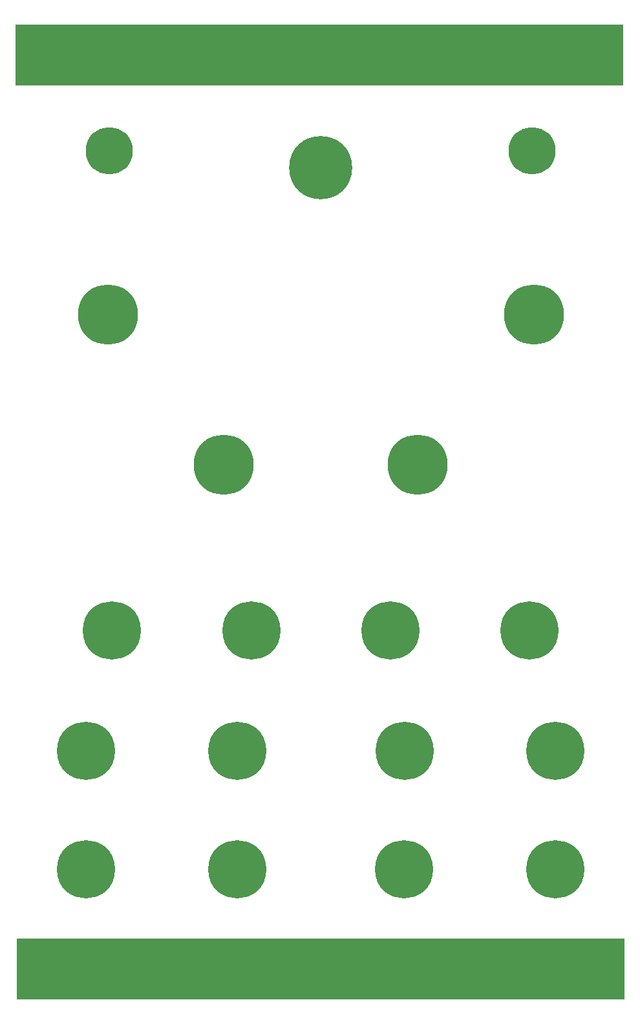
<source format=gbs>
G04 #@! TF.GenerationSoftware,KiCad,Pcbnew,7.0.1-0*
G04 #@! TF.CreationDate,2023-03-29T06:15:29-07:00*
G04 #@! TF.ProjectId,Kit-Sampler-faceplate,4b69742d-5361-46d7-906c-65722d666163,rev?*
G04 #@! TF.SameCoordinates,PXa25a80PY7d1f400*
G04 #@! TF.FileFunction,Soldermask,Bot*
G04 #@! TF.FilePolarity,Negative*
%FSLAX46Y46*%
G04 Gerber Fmt 4.6, Leading zero omitted, Abs format (unit mm)*
G04 Created by KiCad (PCBNEW 7.0.1-0) date 2023-03-29 06:15:29*
%MOMM*%
%LPD*%
G01*
G04 APERTURE LIST*
%ADD10C,7.874000*%
%ADD11O,7.366000X4.191000*%
%ADD12C,7.620000*%
%ADD13C,6.172200*%
%ADD14R,79.700000X8.000000*%
%ADD15C,8.255000*%
G04 APERTURE END LIST*
D10*
X68260000Y90017764D03*
X12460000Y90017764D03*
D11*
X7403000Y125419000D03*
D12*
X9635000Y17517764D03*
D11*
X73317000Y2913400D03*
D12*
X12960000Y48742764D03*
X51290000Y17517764D03*
D11*
X7403000Y2913400D03*
D13*
X12660000Y111492764D03*
D11*
X73317000Y125419000D03*
D14*
X40200000Y123980000D03*
D15*
X40360000Y109217764D03*
D10*
X27660000Y70385681D03*
D12*
X29430000Y17517764D03*
X51317000Y32942764D03*
X67685000Y48742764D03*
X9635000Y32942764D03*
X29403000Y32942764D03*
X49510000Y48742764D03*
X71085000Y32942764D03*
D13*
X68060000Y111492764D03*
D12*
X71085000Y17517764D03*
D10*
X53060000Y70430000D03*
D12*
X31285000Y48742764D03*
D14*
X40370000Y4430000D03*
M02*

</source>
